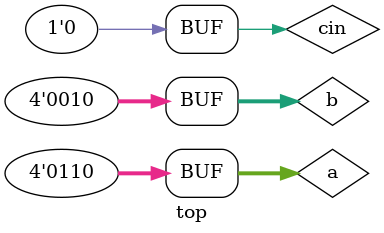
<source format=v>
`include "ffa.v"
module top;
reg[3:0] a,b;
reg cin;
reg w0,w1,w2;
wire[3:0] s;
wire c;

fourbit FA_0(a,b,cin,s,c);

initial
 begin
	cin=0;
	a='b0000;
	b='b0000;
	#20 b='b1111;
	#20 b='b1101;	
	#20 a='b0110;
	#20 b='b1001;
	#20 b='b0010;
 end

initial
 begin
	$dumpfile("fourbit.vcd");
	$dumpvars;
 end

initial
 begin
	$monitor($time ,"a=%b;b=%b;cin=%b;s=%b;c=%b",a,b,cin,s,c);
 end

endmodule

</source>
